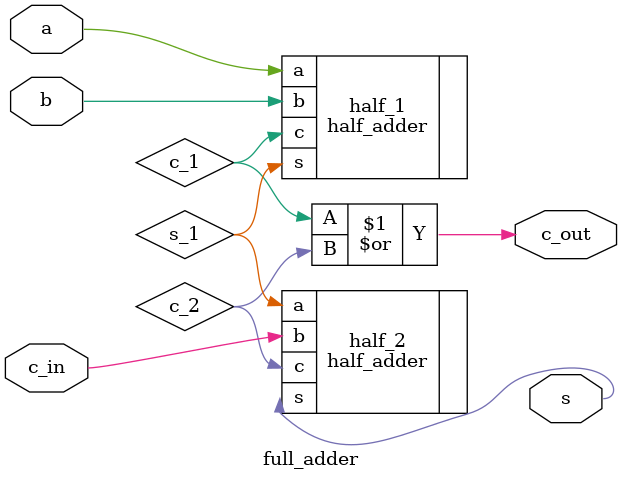
<source format=v>
module full_adder
  ( a
  , b
  , c_in

  , s
  , c_out
  );

  input  wire a;
  input  wire b;
  input  wire c_in;

  output wire s;
  output wire c_out;

  wire s_1;
  wire c_1;
  wire c_2;

  half_adder half_1
    ( .a (a)
    , .b (b)
    , .s (s_1)
    , .c (c_1)
    );

  half_adder half_2
    ( .a (s_1)
    , .b (c_in)
    , .s (s)
    , .c (c_2)
    );

  assign c_out = c_1 | c_2;

endmodule

</source>
